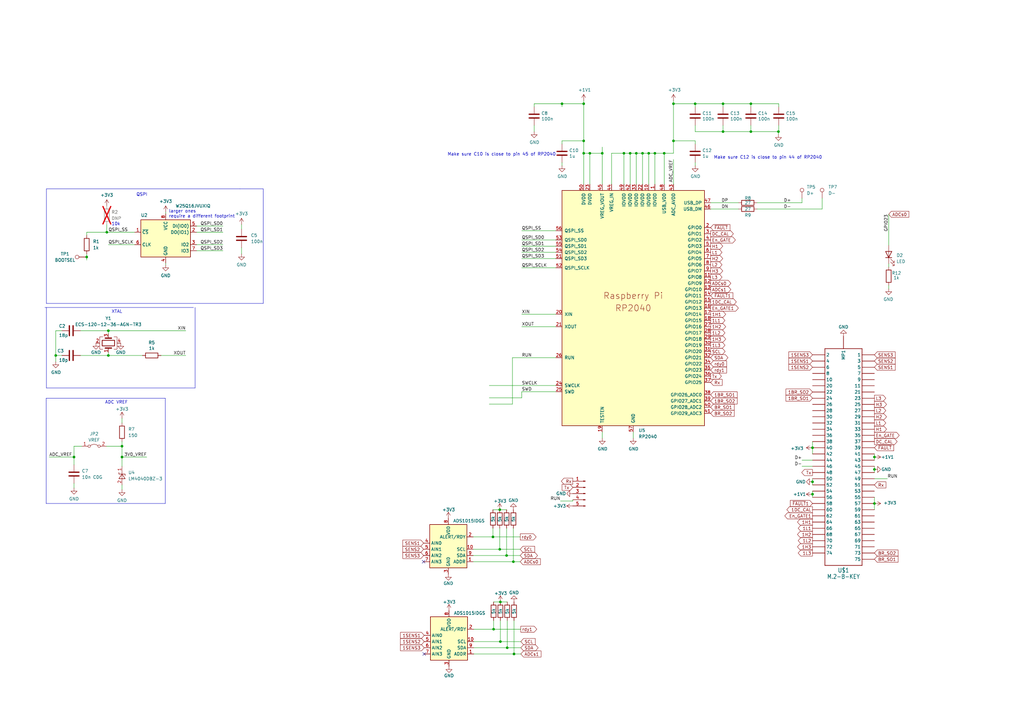
<source format=kicad_sch>
(kicad_sch (version 20230121) (generator eeschema)
  (paper "A3")
  (junction (at 239.395 42.545))
  (junction (at 208.026 265.684))
  (junction (at 260.985 62.865))
  (junction (at 230.505 42.545))
  (junction (at 210.82 268.224))
  (junction (at 35.56 105.41))
  (junction (at 30.353 187.452))
  (junction (at 210.566 230.378))
  (junction (at 43.815 95.25))
  (junction (at 333.248 183.642))
  (junction (at 241.935 62.865))
  (junction (at 205.232 246.888))
  (junction (at 202.184 220.218))
  (junction (at 358.648 187.452))
  (junction (at 307.975 42.545))
  (junction (at 22.86 145.796))
  (junction (at 204.978 225.298))
  (junction (at 44.45 135.636))
  (junction (at 263.525 62.865))
  (junction (at 258.445 62.865))
  (junction (at 319.278 53.975))
  (junction (at 333.248 202.692))
  (junction (at 358.648 206.502))
  (junction (at 50.038 183.007))
  (junction (at 272.415 62.865))
  (junction (at 50.038 187.452))
  (junction (at 202.438 258.064))
  (junction (at 268.605 62.865))
  (junction (at 239.395 57.785))
  (junction (at 296.545 53.975))
  (junction (at 255.905 62.865))
  (junction (at 204.978 209.042))
  (junction (at 276.225 57.785))
  (junction (at 276.225 42.545))
  (junction (at 44.45 145.796))
  (junction (at 247.015 62.865))
  (junction (at 307.975 53.975))
  (junction (at 266.065 62.865))
  (junction (at 207.772 227.838))
  (junction (at 285.115 42.545))
  (junction (at 296.545 42.545))
  (junction (at 239.395 62.865))
  (junction (at 358.648 192.532))
  (junction (at 205.232 263.144))
  (junction (at 333.248 197.612))
  (no_connect (at 173.99 268.224))
  (no_connect (at 173.736 230.378))
  (wire (pts (xy 34.925 105.41) (xy 35.56 105.41)))
  (wire (pts (xy 33.02 135.636) (xy 44.45 135.636)))
  (polyline (pts (xy 98.425 77.47) (xy 19.05 77.47)))
  (wire (pts (xy 241.935 75.565) (xy 241.935 62.865)))
  (wire (pts (xy 205.232 254.508) (xy 205.232 263.144)))
  (wire (pts (xy 194.31 263.144) (xy 205.232 263.144)))
  (wire (pts (xy 260.985 75.565) (xy 260.985 62.865)))
  (wire (pts (xy 319.405 53.975) (xy 319.278 53.975)))
  (wire (pts (xy 296.545 43.815) (xy 296.545 42.545)))
  (wire (pts (xy 307.975 43.815) (xy 307.975 42.545)))
  (wire (pts (xy 268.605 62.865) (xy 272.415 62.865)))
  (wire (pts (xy 194.056 230.378) (xy 210.566 230.378)))
  (wire (pts (xy 227.965 94.615) (xy 213.995 94.615)))
  (wire (pts (xy 210.185 146.685) (xy 210.185 165.735)))
  (polyline (pts (xy 80.01 159.131) (xy 80.01 126.111)))
  (wire (pts (xy 230.505 43.815) (xy 230.505 42.545)))
  (wire (pts (xy 194.056 227.838) (xy 207.772 227.838)))
  (wire (pts (xy 260.985 62.865) (xy 263.525 62.865)))
  (wire (pts (xy 358.648 186.182) (xy 358.648 187.452)))
  (wire (pts (xy 35.56 95.25) (xy 43.815 95.25)))
  (wire (pts (xy 91.44 95.25) (xy 80.645 95.25)))
  (wire (pts (xy 227.965 160.655) (xy 213.995 160.655)))
  (wire (pts (xy 333.248 202.692) (xy 333.248 201.422)))
  (wire (pts (xy 44.45 144.526) (xy 44.45 145.796)))
  (wire (pts (xy 364.49 109.474) (xy 364.49 108.204)))
  (polyline (pts (xy 18.923 206.502) (xy 67.818 206.502)))
  (wire (pts (xy 358.648 203.962) (xy 358.648 206.502)))
  (wire (pts (xy 205.232 246.888) (xy 208.026 246.888)))
  (wire (pts (xy 364.49 100.584) (xy 364.49 87.884)))
  (wire (pts (xy 333.248 203.962) (xy 333.248 202.692)))
  (wire (pts (xy 364.49 118.364) (xy 364.49 117.094)))
  (wire (pts (xy 230.505 42.545) (xy 239.395 42.545)))
  (wire (pts (xy 20.193 187.452) (xy 30.353 187.452)))
  (wire (pts (xy 328.93 191.262) (xy 333.248 191.262)))
  (wire (pts (xy 204.978 225.298) (xy 213.36 225.298)))
  (wire (pts (xy 358.648 192.532) (xy 358.648 193.802)))
  (wire (pts (xy 204.978 209.042) (xy 207.772 209.042)))
  (wire (pts (xy 358.648 191.262) (xy 358.648 192.532)))
  (wire (pts (xy 213.995 98.425) (xy 227.965 98.425)))
  (wire (pts (xy 194.31 258.064) (xy 202.438 258.064)))
  (wire (pts (xy 213.995 163.195) (xy 213.995 160.655)))
  (wire (pts (xy 319.405 51.435) (xy 319.405 53.975)))
  (wire (pts (xy 296.545 42.545) (xy 307.975 42.545)))
  (wire (pts (xy 99.06 104.14) (xy 99.06 101.6)))
  (wire (pts (xy 200.66 165.735) (xy 210.185 165.735)))
  (wire (pts (xy 204.978 216.662) (xy 204.978 225.298)))
  (wire (pts (xy 91.44 102.87) (xy 80.645 102.87)))
  (wire (pts (xy 91.44 92.71) (xy 80.645 92.71)))
  (wire (pts (xy 213.36 230.378) (xy 210.566 230.378)))
  (wire (pts (xy 296.545 53.975) (xy 285.115 53.975)))
  (wire (pts (xy 219.075 51.435) (xy 219.075 53.975)))
  (wire (pts (xy 272.415 62.865) (xy 276.225 62.865)))
  (wire (pts (xy 35.56 95.25) (xy 35.56 96.52)))
  (wire (pts (xy 247.015 75.565) (xy 247.015 62.865)))
  (wire (pts (xy 43.688 183.007) (xy 50.038 183.007)))
  (polyline (pts (xy 79.375 126.111) (xy 18.415 126.111)))
  (polyline (pts (xy 19.05 77.47) (xy 19.05 124.46)))
  (wire (pts (xy 44.45 135.636) (xy 44.45 136.906)))
  (wire (pts (xy 247.015 177.165) (xy 247.015 179.705)))
  (wire (pts (xy 285.115 42.545) (xy 296.545 42.545)))
  (wire (pts (xy 276.225 65.405) (xy 276.225 75.565)))
  (wire (pts (xy 50.038 187.452) (xy 50.038 191.262)))
  (wire (pts (xy 200.66 163.195) (xy 213.995 163.195)))
  (wire (pts (xy 207.772 227.838) (xy 213.36 227.838)))
  (wire (pts (xy 285.115 43.815) (xy 285.115 42.545)))
  (wire (pts (xy 194.056 225.298) (xy 204.978 225.298)))
  (wire (pts (xy 22.86 145.796) (xy 22.86 148.336)))
  (wire (pts (xy 328.93 188.722) (xy 333.248 188.722)))
  (wire (pts (xy 205.232 263.144) (xy 213.614 263.144)))
  (wire (pts (xy 276.225 41.275) (xy 276.225 42.545)))
  (wire (pts (xy 229.87 205.486) (xy 234.95 205.486)))
  (wire (pts (xy 319.278 53.975) (xy 319.278 55.118)))
  (wire (pts (xy 213.995 128.905) (xy 227.965 128.905)))
  (wire (pts (xy 291.465 85.725) (xy 302.895 85.725)))
  (polyline (pts (xy 98.425 77.47) (xy 107.95 77.47)))
  (wire (pts (xy 50.038 171.577) (xy 50.038 173.482)))
  (wire (pts (xy 230.505 66.675) (xy 230.505 67.945)))
  (wire (pts (xy 258.445 62.865) (xy 260.985 62.865)))
  (wire (pts (xy 50.038 200.787) (xy 50.038 198.882)))
  (wire (pts (xy 50.038 187.452) (xy 60.198 187.452)))
  (wire (pts (xy 250.825 62.865) (xy 255.905 62.865)))
  (wire (pts (xy 358.648 196.342) (xy 363.982 196.342)))
  (wire (pts (xy 30.353 187.452) (xy 30.353 190.627)))
  (wire (pts (xy 307.975 51.435) (xy 307.975 53.975)))
  (wire (pts (xy 22.86 135.636) (xy 22.86 145.796)))
  (wire (pts (xy 276.225 57.785) (xy 276.225 62.865)))
  (polyline (pts (xy 67.818 163.322) (xy 18.923 163.322)))
  (wire (pts (xy 285.115 66.675) (xy 285.115 67.945)))
  (wire (pts (xy 247.015 62.865) (xy 241.935 62.865)))
  (wire (pts (xy 202.438 254.508) (xy 202.438 258.064)))
  (wire (pts (xy 227.965 109.855) (xy 213.995 109.855)))
  (wire (pts (xy 266.065 75.565) (xy 266.065 62.865)))
  (wire (pts (xy 263.525 62.865) (xy 266.065 62.865)))
  (wire (pts (xy 43.815 95.25) (xy 55.245 95.25)))
  (wire (pts (xy 99.06 92.075) (xy 99.06 93.98)))
  (wire (pts (xy 66.04 145.796) (xy 76.2 145.796)))
  (wire (pts (xy 194.31 265.684) (xy 208.026 265.684)))
  (wire (pts (xy 50.038 183.007) (xy 50.038 187.452)))
  (wire (pts (xy 194.31 268.224) (xy 210.82 268.224)))
  (wire (pts (xy 259.715 177.165) (xy 259.715 179.705)))
  (wire (pts (xy 91.44 100.33) (xy 80.645 100.33)))
  (wire (pts (xy 213.614 268.224) (xy 210.82 268.224)))
  (wire (pts (xy 276.225 42.545) (xy 276.225 57.785)))
  (wire (pts (xy 333.248 198.882) (xy 333.248 197.612)))
  (wire (pts (xy 35.56 106.68) (xy 35.56 105.41)))
  (wire (pts (xy 319.405 43.815) (xy 319.405 42.545)))
  (polyline (pts (xy 67.818 206.502) (xy 67.818 163.322)))
  (wire (pts (xy 213.995 106.045) (xy 227.965 106.045)))
  (wire (pts (xy 202.438 258.064) (xy 213.614 258.064)))
  (wire (pts (xy 202.438 246.888) (xy 205.232 246.888)))
  (wire (pts (xy 43.815 92.075) (xy 43.815 95.25)))
  (wire (pts (xy 328.93 81.28) (xy 328.93 83.185)))
  (wire (pts (xy 296.545 51.435) (xy 296.545 53.975)))
  (wire (pts (xy 208.026 254.508) (xy 208.026 265.684)))
  (wire (pts (xy 263.525 75.565) (xy 263.525 62.865)))
  (wire (pts (xy 250.825 75.565) (xy 250.825 62.865)))
  (wire (pts (xy 67.945 108.585) (xy 67.945 107.95)))
  (wire (pts (xy 50.038 181.102) (xy 50.038 183.007)))
  (wire (pts (xy 230.505 57.785) (xy 239.395 57.785)))
  (wire (pts (xy 213.995 103.505) (xy 227.965 103.505)))
  (wire (pts (xy 247.015 60.325) (xy 247.015 62.865)))
  (wire (pts (xy 202.184 209.042) (xy 204.978 209.042)))
  (wire (pts (xy 285.115 59.055) (xy 285.115 57.785)))
  (polyline (pts (xy 19.05 124.46) (xy 107.95 124.46)))
  (wire (pts (xy 333.248 186.182) (xy 333.248 183.642)))
  (wire (pts (xy 67.945 86.995) (xy 67.945 87.63)))
  (wire (pts (xy 272.415 75.565) (xy 272.415 62.865)))
  (wire (pts (xy 227.965 133.985) (xy 213.995 133.985)))
  (wire (pts (xy 210.185 146.685) (xy 227.965 146.685)))
  (wire (pts (xy 276.225 57.785) (xy 285.115 57.785)))
  (wire (pts (xy 219.075 43.815) (xy 219.075 42.545)))
  (wire (pts (xy 200.66 158.115) (xy 227.965 158.115)))
  (wire (pts (xy 207.772 216.662) (xy 207.772 227.838)))
  (wire (pts (xy 319.278 53.975) (xy 307.975 53.975)))
  (wire (pts (xy 241.935 62.865) (xy 239.395 62.865)))
  (wire (pts (xy 30.353 183.007) (xy 30.353 187.452)))
  (wire (pts (xy 35.56 105.41) (xy 35.56 104.14)))
  (wire (pts (xy 30.353 200.152) (xy 30.353 198.247)))
  (wire (pts (xy 358.648 206.502) (xy 358.648 209.042)))
  (polyline (pts (xy 107.95 124.46) (xy 107.95 77.47)))
  (wire (pts (xy 230.505 59.055) (xy 230.505 57.785)))
  (wire (pts (xy 255.905 75.565) (xy 255.905 62.865)))
  (wire (pts (xy 44.45 145.796) (xy 58.42 145.796)))
  (wire (pts (xy 213.995 100.965) (xy 227.965 100.965)))
  (wire (pts (xy 333.248 197.612) (xy 333.248 196.342)))
  (wire (pts (xy 268.605 62.865) (xy 268.605 75.565)))
  (wire (pts (xy 337.185 81.28) (xy 337.185 85.725)))
  (wire (pts (xy 258.445 75.565) (xy 258.445 62.865)))
  (wire (pts (xy 358.648 187.452) (xy 358.648 188.722)))
  (wire (pts (xy 333.248 183.642) (xy 333.248 181.102)))
  (wire (pts (xy 25.4 135.636) (xy 22.86 135.636)))
  (wire (pts (xy 202.184 216.662) (xy 202.184 220.218)))
  (wire (pts (xy 255.905 62.865) (xy 258.445 62.865)))
  (wire (pts (xy 239.395 57.785) (xy 239.395 62.865)))
  (wire (pts (xy 307.975 53.975) (xy 296.545 53.975)))
  (wire (pts (xy 234.95 205.486) (xy 234.95 204.978)))
  (wire (pts (xy 219.075 42.545) (xy 230.505 42.545)))
  (wire (pts (xy 33.02 145.796) (xy 44.45 145.796)))
  (wire (pts (xy 194.056 220.218) (xy 202.184 220.218)))
  (wire (pts (xy 285.115 51.435) (xy 285.115 53.975)))
  (wire (pts (xy 210.82 254.508) (xy 210.82 268.224)))
  (wire (pts (xy 44.45 100.33) (xy 55.245 100.33)))
  (wire (pts (xy 44.45 135.636) (xy 76.2 135.636)))
  (wire (pts (xy 210.566 216.662) (xy 210.566 230.378)))
  (wire (pts (xy 25.4 145.796) (xy 22.86 145.796)))
  (wire (pts (xy 202.184 220.218) (xy 213.36 220.218)))
  (wire (pts (xy 208.026 265.684) (xy 213.614 265.684)))
  (polyline (pts (xy 19.05 126.111) (xy 19.05 159.131)))
  (wire (pts (xy 239.395 41.275) (xy 239.395 42.545)))
  (wire (pts (xy 276.225 42.545) (xy 285.115 42.545)))
  (polyline (pts (xy 19.05 159.131) (xy 80.01 159.131)))
  (wire (pts (xy 239.395 42.545) (xy 239.395 57.785)))
  (wire (pts (xy 310.515 85.725) (xy 337.185 85.725)))
  (wire (pts (xy 30.353 183.007) (xy 33.528 183.007)))
  (wire (pts (xy 310.515 83.185) (xy 328.93 83.185)))
  (wire (pts (xy 239.395 62.865) (xy 239.395 75.565)))
  (wire (pts (xy 307.975 42.545) (xy 319.405 42.545)))
  (polyline (pts (xy 18.923 163.322) (xy 18.923 206.502)))
  (wire (pts (xy 291.465 83.185) (xy 302.895 83.185)))
  (wire (pts (xy 266.065 62.865) (xy 268.605 62.865)))
  (text "ADC VREF" (at 43.053 165.862 0) (effects (font (size 1.27 1.27)) (justify left bottom)))
  (text "Make sure C12 is close to pin 44 of RP2040" (at 292.735 65.405 0) (effects (font (size 1.27 1.27)) (justify left bottom)))
  (text "Make sure C10 is close to pin 45 of RP2040" (at 183.515 64.135 0) (effects (font (size 1.27 1.27)) (justify left bottom)))
  (text "10k" (at 45.72 92.71 0) (effects (font (size 1.27 1.27)) (justify left bottom)))
  (text "larger ones\nrequire a different footprint" (at 69.215 89.535 0) (effects (font (size 1.27 1.27)) (justify left bottom)))
  (text "XTAL" (at 45.72 128.651 0) (effects (font (size 1.27 1.27)) (justify left bottom)))
  (text "QSPI" (at 55.88 80.645 0) (effects (font (size 1.27 1.27)) (justify left bottom)))
  (label "RUN" (at 363.982 196.342 0))
  (label "QSPI_SD0" (at 91.44 92.71 180))
  (label "DN" (at 295.91 85.725 0) (property "Netclass" "diif_usb" (effects hide)))
  (label "3V0_VREF" (at 60.198 187.452 180))
  (label "QSPI_SCLK" (at 44.45 100.33 0))
  (label "XOUT" (at 76.2 145.796 180))
  (label "QSPI_SD2" (at 91.44 100.33 180))
  (label "QSPI_SD1" (at 91.44 95.25 180))
  (label "QSPI_SD1" (at 213.995 100.965 0))
  (label "XIN" (at 76.2 135.636 180))
  (label "GPIO23" (at 364.49 87.884 270))
  (label "RUN" (at 229.87 205.486 180))
  (label "QSPI_SS" (at 213.995 94.615 0))
  (label "QSPI_SD2" (at 213.995 103.505 0))
  (label "D+" (at 328.93 188.722 180))
  (label "DP" (at 295.91 83.185 0) (property "Netclass" "diif_usb" (effects hide)))
  (label "QSPI_SD0" (at 213.995 98.425 0))
  (label "QSPI_SD3" (at 91.44 102.87 180))
  (label "QSPI_SD3" (at 213.995 106.045 0))
  (label "XIN" (at 213.995 128.905 0))
  (label "XOUT" (at 213.995 133.985 0))
  (label "ADC_VREF" (at 276.225 65.405 270))
  (label "SWCLK" (at 213.995 158.115 0))
  (label "D-" (at 324.485 85.725 180))
  (label "QSPI_SS" (at 44.45 95.25 0))
  (label "D-" (at 328.93 191.262 180))
  (label "ADC_VREF" (at 20.193 187.452 0))
  (label "RUN" (at 213.995 146.685 0))
  (label "D+" (at 324.485 83.185 180))
  (label "QSPI_SCLK" (at 213.995 109.855 0))
  (label "SWD" (at 213.995 160.655 0))
  (global_label "1DC_CAL" (shape output) (at 291.465 123.825 0) (property "Intersheetrefs" "${INTERSHEET_REFS}" (effects hide)))
  (global_label "BR_SO2" (shape input) (at 291.465 169.545 0) (property "Intersheetrefs" "${INTERSHEET_REFS}" (effects hide)))
  (global_label "Tx" (shape input) (at 234.95 199.898 180) (property "Intersheetrefs" "${INTERSHEET_REFS}" (effects hide)))
  (global_label "L2" (shape output) (at 291.465 108.585 0) (property "Intersheetrefs" "${INTERSHEET_REFS}" (effects hide)))
  (global_label "ADCs0" (shape output) (at 291.465 116.205 0) (property "Intersheetrefs" "${INTERSHEET_REFS}" (effects hide)))
  (global_label "1L3" (shape output) (at 291.465 141.605 0) (property "Intersheetrefs" "${INTERSHEET_REFS}" (effects hide)))
  (global_label "SENS2" (shape input) (at 358.648 148.082 0) (property "Intersheetrefs" "${INTERSHEET_REFS}" (effects hide)))
  (global_label "~{FAULT}1" (shape input) (at 333.248 206.502 180) (property "Intersheetrefs" "${INTERSHEET_REFS}" (effects hide)))
  (global_label "1BR_SO2" (shape input) (at 333.248 160.782 180) (property "Intersheetrefs" "${INTERSHEET_REFS}" (effects hide)))
  (global_label "1H1" (shape output) (at 291.465 128.905 0) (property "Intersheetrefs" "${INTERSHEET_REFS}" (effects hide)))
  (global_label "rdy0" (shape input) (at 291.465 149.225 0) (property "Intersheetrefs" "${INTERSHEET_REFS}" (effects hide)))
  (global_label "L2" (shape output) (at 358.648 168.402 0) (property "Intersheetrefs" "${INTERSHEET_REFS}" (effects hide)))
  (global_label "1DC_CAL" (shape output) (at 333.248 209.042 180) (property "Intersheetrefs" "${INTERSHEET_REFS}" (effects hide)))
  (global_label "H2" (shape output) (at 358.648 170.942 0) (property "Intersheetrefs" "${INTERSHEET_REFS}" (effects hide)))
  (global_label "SCL" (shape output) (at 291.465 144.145 0) (property "Intersheetrefs" "${INTERSHEET_REFS}" (effects hide)))
  (global_label "1L2" (shape output) (at 291.465 136.525 0) (property "Intersheetrefs" "${INTERSHEET_REFS}" (effects hide)))
  (global_label "SENS3" (shape input) (at 358.648 145.542 0) (property "Intersheetrefs" "${INTERSHEET_REFS}" (effects hide)))
  (global_label "H3" (shape output) (at 291.465 111.125 0) (property "Intersheetrefs" "${INTERSHEET_REFS}" (effects hide)))
  (global_label "~{FAULT}" (shape input) (at 358.648 183.642 0) (property "Intersheetrefs" "${INTERSHEET_REFS}" (effects hide)))
  (global_label "SCL" (shape input) (at 213.36 225.298 0) (property "Intersheetrefs" "${INTERSHEET_REFS}" (effects hide)))
  (global_label "ADCs0" (shape input) (at 364.49 87.884 0) (property "Intersheetrefs" "${INTERSHEET_REFS}" (effects hide)))
  (global_label "SENS2" (shape input) (at 173.736 225.298 180) (property "Intersheetrefs" "${INTERSHEET_REFS}" (effects hide)))
  (global_label "DC_CAL" (shape output) (at 358.648 181.102 0) (property "Intersheetrefs" "${INTERSHEET_REFS}" (effects hide)))
  (global_label "rdy0" (shape output) (at 213.36 220.218 0) (property "Intersheetrefs" "${INTERSHEET_REFS}" (effects hide)))
  (global_label "1SENS1" (shape input) (at 333.248 148.082 180) (property "Intersheetrefs" "${INTERSHEET_REFS}" (effects hide)))
  (global_label "BR_SO1" (shape input) (at 291.465 167.005 0) (property "Intersheetrefs" "${INTERSHEET_REFS}" (effects hide)))
  (global_label "ADCs0" (shape input) (at 213.36 230.378 0) (property "Intersheetrefs" "${INTERSHEET_REFS}" (effects hide)))
  (global_label "L1" (shape output) (at 291.465 103.505 0) (property "Intersheetrefs" "${INTERSHEET_REFS}" (effects hide)))
  (global_label "L1" (shape output) (at 358.648 173.482 0) (property "Intersheetrefs" "${INTERSHEET_REFS}" (effects hide)))
  (global_label "1H3" (shape output) (at 291.465 139.065 0) (property "Intersheetrefs" "${INTERSHEET_REFS}" (effects hide)))
  (global_label "SDA" (shape bidirectional) (at 213.614 265.684 0) (property "Intersheetrefs" "${INTERSHEET_REFS}" (effects hide)))
  (global_label "SENS1" (shape input) (at 173.736 222.758 180) (property "Intersheetrefs" "${INTERSHEET_REFS}" (effects hide)))
  (global_label "BR_SO2" (shape input) (at 358.648 226.822 0) (property "Intersheetrefs" "${INTERSHEET_REFS}" (effects hide)))
  (global_label "ADCs1" (shape output) (at 291.465 118.745 0) (property "Intersheetrefs" "${INTERSHEET_REFS}" (effects hide)))
  (global_label "H1" (shape output) (at 291.465 100.965 0) (property "Intersheetrefs" "${INTERSHEET_REFS}" (effects hide)))
  (global_label "DC_CAL" (shape output) (at 291.465 95.885 0) (property "Intersheetrefs" "${INTERSHEET_REFS}" (effects hide)))
  (global_label "1BR_SO2" (shape input) (at 291.465 164.465 0) (property "Intersheetrefs" "${INTERSHEET_REFS}" (effects hide)))
  (global_label "L3" (shape output) (at 358.648 163.322 0) (property "Intersheetrefs" "${INTERSHEET_REFS}" (effects hide)))
  (global_label "En_GATE1" (shape output) (at 291.465 126.365 0) (property "Intersheetrefs" "${INTERSHEET_REFS}" (effects hide)))
  (global_label "1SENS3" (shape input) (at 173.99 265.684 180) (property "Intersheetrefs" "${INTERSHEET_REFS}" (effects hide)))
  (global_label "1H2" (shape output) (at 333.248 219.202 180) (property "Intersheetrefs" "${INTERSHEET_REFS}" (effects hide)))
  (global_label "1SENS1" (shape input) (at 173.99 260.604 180) (property "Intersheetrefs" "${INTERSHEET_REFS}" (effects hide)))
  (global_label "SDA" (shape bidirectional) (at 213.36 227.838 0) (property "Intersheetrefs" "${INTERSHEET_REFS}" (effects hide)))
  (global_label "SENS1" (shape input) (at 358.648 150.622 0) (property "Intersheetrefs" "${INTERSHEET_REFS}" (effects hide)))
  (global_label "H2" (shape output) (at 291.465 106.045 0) (property "Intersheetrefs" "${INTERSHEET_REFS}" (effects hide)))
  (global_label "~{FAULT}1" (shape input) (at 291.465 121.285 0) (property "Intersheetrefs" "${INTERSHEET_REFS}" (effects hide)))
  (global_label "1L1" (shape output) (at 291.465 131.445 0) (property "Intersheetrefs" "${INTERSHEET_REFS}" (effects hide)))
  (global_label "1SENS2" (shape input) (at 173.99 263.144 180) (property "Intersheetrefs" "${INTERSHEET_REFS}" (effects hide)))
  (global_label "En_GATE1" (shape output) (at 333.248 211.582 180) (property "Intersheetrefs" "${INTERSHEET_REFS}" (effects hide)))
  (global_label "L3" (shape output) (at 291.465 113.665 0) (property "Intersheetrefs" "${INTERSHEET_REFS}" (effects hide)))
  (global_label "1H3" (shape output) (at 333.248 224.282 180) (property "Intersheetrefs" "${INTERSHEET_REFS}" (effects hide)))
  (global_label "H1" (shape output) (at 358.648 176.022 0) (property "Intersheetrefs" "${INTERSHEET_REFS}" (effects hide)))
  (global_label "1BR_SO1" (shape input) (at 291.465 161.925 0) (property "Intersheetrefs" "${INTERSHEET_REFS}" (effects hide)))
  (global_label "1H2" (shape output) (at 291.465 133.985 0) (property "Intersheetrefs" "${INTERSHEET_REFS}" (effects hide)))
  (global_label "~{FAULT}" (shape input) (at 291.465 93.345 0) (property "Intersheetrefs" "${INTERSHEET_REFS}" (effects hide)))
  (global_label "1H1" (shape output) (at 333.248 214.122 180) (property "Intersheetrefs" "${INTERSHEET_REFS}" (effects hide)))
  (global_label "SENS3" (shape input) (at 173.736 227.838 180) (property "Intersheetrefs" "${INTERSHEET_REFS}" (effects hide)))
  (global_label "H3" (shape output) (at 358.648 165.862 0) (property "Intersheetrefs" "${INTERSHEET_REFS}" (effects hide)))
  (global_label "1L3" (shape output) (at 333.248 226.822 180) (property "Intersheetrefs" "${INTERSHEET_REFS}" (effects hide)))
  (global_label "En_GATE" (shape output) (at 291.465 98.425 0) (property "Intersheetrefs" "${INTERSHEET_REFS}" (effects hide)))
  (global_label "1SENS2" (shape input) (at 333.248 150.622 180) (property "Intersheetrefs" "${INTERSHEET_REFS}" (effects hide)))
  (global_label "Rx" (shape output) (at 234.95 197.358 180) (property "Intersheetrefs" "${INTERSHEET_REFS}" (effects hide)))
  (global_label "ADCs1" (shape input) (at 213.614 268.224 0) (property "Intersheetrefs" "${INTERSHEET_REFS}" (effects hide)))
  (global_label "BR_SO1" (shape input) (at 358.648 229.362 0) (property "Intersheetrefs" "${INTERSHEET_REFS}" (effects hide)))
  (global_label "rdy1" (shape output) (at 213.614 258.064 0) (property "Intersheetrefs" "${INTERSHEET_REFS}" (effects hide)))
  (global_label "Tx" (shape output) (at 333.248 193.802 180) (property "Intersheetrefs" "${INTERSHEET_REFS}" (effects hide)))
  (global_label "SDA" (shape bidirectional) (at 291.465 146.685 0) (property "Intersheetrefs" "${INTERSHEET_REFS}" (effects hide)))
  (global_label "Rx" (shape input) (at 358.648 198.882 0) (property "Intersheetrefs" "${INTERSHEET_REFS}" (effects hide)))
  (global_label "rdy1" (shape input) (at 291.465 151.765 0) (property "Intersheetrefs" "${INTERSHEET_REFS}" (effects hide)))
  (global_label "Tx" (shape output) (at 291.465 154.305 0) (property "Intersheetrefs" "${INTERSHEET_REFS}" (effects hide)))
  (global_label "1L2" (shape output) (at 333.248 221.742 180) (property "Intersheetrefs" "${INTERSHEET_REFS}" (effects hide)))
  (global_label "Rx" (shape input) (at 291.465 156.845 0) (property "Intersheetrefs" "${INTERSHEET_REFS}" (effects hide)))
  (global_label "1L1" (shape output) (at 333.248 216.662 180) (property "Intersheetrefs" "${INTERSHEET_REFS}" (effects hide)))
  (global_label "1BR_SO1" (shape input) (at 333.248 163.322 180) (property "Intersheetrefs" "${INTERSHEET_REFS}" (effects hide)))
  (global_label "1SENS3" (shape input) (at 333.248 145.542 180) (property "Intersheetrefs" "${INTERSHEET_REFS}" (effects hide)))
  (global_label "En_GATE" (shape output) (at 358.648 178.562 0) (property "Intersheetrefs" "${INTERSHEET_REFS}" (effects hide)))
  (global_label "SCL" (shape input) (at 213.614 263.144 0) (property "Intersheetrefs" "${INTERSHEET_REFS}" (effects hide)))
  (symbol (lib_id "Connector:Conn_01x05_Pin") (at 240.03 202.438 0) (mirror y) (unit 1)
    (property "Reference" "Jr1" (effects hide))
    (property "Value" "Conn_01x05_Pin" (effects hide))
    (property "Footprint" "Connector_PinHeader_2.54mm:PinHeader_1x05_P2.54mm_Vertical" (effects hide))
  )
  (symbol (lib_id "Device:R") (at 202.184 212.852 180) (unit 1)
    (property "Reference" "R14" (effects hide))
    (property "Value" "5k" (at 202.184 212.852 90))
    (property "Footprint" "Resistor_SMD:R_0402_1005Metric" (effects hide))
    (property "Mouser Link" "https://www.mouser.com/ProductDetail/YAGEO/RC0402FR-075KL?qs=9h0bZHM%2F3zL5adZvfm%252BR4Q%3D%3D" (effects hide))
  )
  (symbol (lib_id "power:GND") (at 210.566 209.042 180) (unit 1)
    (property "Reference" "#PWR052" (effects hide))
    (property "Value" "GND" (at 210.566 205.232 0))
  )
  (symbol (lib_id "Device:R") (at 205.232 250.698 180) (unit 1)
    (property "Reference" "R17" (effects hide))
    (property "Value" "5k" (at 205.232 250.698 90))
    (property "Footprint" "Resistor_SMD:R_0402_1005Metric" (effects hide))
    (property "Mouser Link" "https://www.mouser.com/ProductDetail/YAGEO/RC0402FR-075KL?qs=9h0bZHM%2F3zL5adZvfm%252BR4Q%3D%3D" (effects hide))
  )
  (symbol (lib_id "Device:C") (at 285.115 47.625 0) (unit 1)
    (property "Reference" "C11" (at 288.036 46.4566 0) (effects (justify left)))
    (property "Value" "100n" (at 288.036 48.768 0) (effects (justify left)))
    (property "Footprint" "Capacitor_SMD:C_0402_1005Metric" (effects hide))
    (property "LCSC" "C77020" (effects hide))
    (property "P/N" "GRM155R71H104KE14D" (effects hide))
  )
  (symbol (lib_id "power:+3V3") (at 183.896 212.598 0) (unit 1)
    (property "Reference" "#PWR046" (effects hide))
    (property "Value" "+3V3" (at 181.356 209.042 0) (effects (justify left)))
  )
  (symbol (lib_id "Device:LED") (at 364.49 104.394 90) (unit 1)
    (property "Reference" "D2" (at 367.665 104.7115 90) (effects (justify right)))
    (property "Value" "LED" (at 367.665 107.2515 90) (effects (justify right)))
    (property "Footprint" "LED_SMD:LED_0603_1608Metric_Pad1.05x0.95mm_HandSolder" (effects hide))
    (property "LCSC" "C434425" (effects hide))
    (property "P/N" "SZYY0603O" (effects hide))
  )
  (symbol (lib_id "power:GND") (at 50.038 200.787 0) (unit 1)
    (property "Reference" "#PWR027" (effects hide))
    (property "Value" "GND" (at 50.038 205.232 0))
  )
  (symbol (lib_id "Connector:TestPoint") (at 337.185 81.28 0) (unit 1)
    (property "Reference" "TP7" (at 339.725 76.708 0) (effects (justify left)))
    (property "Value" "D-" (at 339.725 79.248 0) (effects (justify left)))
    (property "Footprint" "TestPoint:TestPoint_Pad_1.5x1.5mm" (effects hide))
  )
  (symbol (lib_id "power:GND") (at 364.49 118.364 0) (mirror y) (unit 1)
    (property "Reference" "#PWR039" (effects hide))
    (property "Value" "GND" (at 364.363 122.7582 0))
  )
  (symbol (lib_id "power:+3V3") (at 50.038 171.577 0) (unit 1)
    (property "Reference" "#PWR026" (effects hide))
    (property "Value" "+3V3" (at 50.038 167.767 0))
  )
  (symbol (lib_id "power:+3V3") (at 333.248 183.642 90) (mirror x) (unit 1)
    (property "Reference" "#PWR08" (effects hide))
    (property "Value" "+3V3" (at 326.898 183.896 90))
  )
  (symbol (lib_id "Device:Crystal_GND24") (at 44.45 140.716 90) (unit 1)
    (property "Reference" "Y1" (at 44.45 130.556 90))
    (property "Value" "ECS-120-12-36-AGN-TR3" (at 44.45 133.096 90))
    (property "Footprint" "Crystal:Crystal_SMD_2520-4Pin_2.5x2.0mm" (effects hide))
    (property "LCSC" "C284155" (effects hide))
    (property "P/N" "TXM12M0004252FBCEO00T" (effects hide))
  )
  (symbol (lib_id "Device:C") (at 307.975 47.625 0) (unit 1)
    (property "Reference" "C14" (at 310.896 46.4566 0) (effects (justify left)))
    (property "Value" "100n" (at 310.896 48.768 0) (effects (justify left)))
    (property "Footprint" "Capacitor_SMD:C_0402_1005Metric" (effects hide))
    (property "LCSC" "C77020" (effects hide))
    (property "P/N" "GRM155R71H104KE14D" (effects hide))
  )
  (symbol (lib_id "Device:C") (at 319.405 47.625 0) (unit 1)
    (property "Reference" "C15" (at 322.326 46.4566 0) (effects (justify left)))
    (property "Value" "100n" (at 322.326 48.768 0) (effects (justify left)))
    (property "Footprint" "Capacitor_SMD:C_0402_1005Metric" (effects hide))
    (property "LCSC" "C77020" (effects hide))
    (property "P/N" "GRM155R71H104KE14D" (effects hide))
  )
  (symbol (lib_id "power:GND") (at 49.53 140.716 0) (unit 1)
    (property "Reference" "#PWR015" (effects hide))
    (property "Value" "GND" (at 49.53 144.526 0))
  )
  (symbol (lib_id "power:+3V3") (at 204.978 209.042 0) (unit 1)
    (property "Reference" "#PWR050" (effects hide))
    (property "Value" "+3V3" (at 202.438 205.486 0) (effects (justify left)))
  )
  (symbol (lib_id "Device:C") (at 230.505 62.865 0) (unit 1)
    (property "Reference" "C10" (at 233.426 61.6966 0) (effects (justify left)))
    (property "Value" "1u" (at 233.426 64.008 0) (effects (justify left)))
    (property "Footprint" "Capacitor_SMD:C_0402_1005Metric" (effects hide))
    (property "LCSC" "C77009" (effects hide))
    (property "P/N" "GRM155R61E105KA12D" (effects hide))
  )
  (symbol (lib_id "Device:R") (at 43.815 88.265 0) (unit 1) (dnp yes)
    (property "Reference" "R2" (at 45.72 86.995 0) (effects (justify left)))
    (property "Value" "DNP" (at 45.72 89.535 0) (effects (justify left)))
    (property "Footprint" "Resistor_SMD:R_0402_1005Metric_Pad0.72x0.64mm_HandSolder" (effects hide))
  )
  (symbol (lib_id "Device:C") (at 99.06 97.79 0) (unit 1)
    (property "Reference" "C5" (at 102.87 96.5199 0) (effects (justify left)))
    (property "Value" "100n" (at 102.87 99.0599 0) (effects (justify left)))
    (property "Footprint" "Capacitor_SMD:C_0402_1005Metric_Pad0.74x0.62mm_HandSolder" (effects hide))
    (property "LCSC" "C77020" (effects hide))
    (property "P/N" "GRM155R71H104KE14D" (effects hide))
  )
  (symbol (lib_id "MCU_RaspberryPi_RP2040:RP2040") (at 259.715 126.365 0) (unit 1)
    (property "Reference" "U5" (at 261.9091 176.53 0) (effects (justify left)))
    (property "Value" "RP2040" (at 261.9091 179.07 0) (effects (justify left)))
    (property "Footprint" "RP2040:RP2040-QFN-56" (effects hide))
    (property "LCSC" "C2040" (effects hide))
    (property "P/N" "RP2040" (effects hide))
  )
  (symbol (lib_id "power:+3V3") (at 43.815 84.455 0) (unit 1)
    (property "Reference" "#PWR06" (effects hide))
    (property "Value" "+3V3" (at 43.815 80.01 0))
  )
  (symbol (lib_id "Device:R") (at 202.438 250.698 180) (unit 1)
    (property "Reference" "R15" (effects hide))
    (property "Value" "5k" (at 202.438 250.698 90))
    (property "Footprint" "Resistor_SMD:R_0402_1005Metric" (effects hide))
    (property "Mouser Link" "https://www.mouser.com/ProductDetail/YAGEO/RC0402FR-075KL?qs=9h0bZHM%2F3zL5adZvfm%252BR4Q%3D%3D" (effects hide))
  )
  (symbol (lib_id "power:GND") (at 184.15 273.304 0) (unit 1)
    (property "Reference" "#PWR049" (effects hide))
    (property "Value" "GND" (at 184.15 277.114 0))
  )
  (symbol (lib_id "Device:C") (at 30.353 194.437 0) (unit 1)
    (property "Reference" "C7" (at 33.528 193.167 0) (effects (justify left)))
    (property "Value" "10n C0G" (at 33.528 195.707 0) (effects (justify left)))
    (property "Footprint" "Capacitor_SMD:C_0603_1608Metric_Pad1.08x0.95mm_HandSolder" (effects hide))
    (property "LCSC" "C76599" (effects hide))
    (property "P/N" "C1608C0G1H103JT000N" (effects hide))
  )
  (symbol (lib_id "Device:C") (at 219.075 47.625 0) (unit 1)
    (property "Reference" "C8" (at 221.996 46.4566 0) (effects (justify left)))
    (property "Value" "100n" (at 221.996 48.768 0) (effects (justify left)))
    (property "Footprint" "Capacitor_SMD:C_0402_1005Metric" (effects hide))
    (property "LCSC" "C77020" (effects hide))
    (property "P/N" "GRM155R71H104KE14D" (effects hide))
  )
  (symbol (lib_id "Analog_ADC:ADS1015IDGS") (at 184.15 263.144 0) (unit 1)
    (property "Reference" "ADC2" (effects hide))
    (property "Value" "ADS1015IDGS" (at 186.1059 251.46 0) (effects (justify left)))
    (property "Footprint" "Package_SO:TSSOP-10_3x3mm_P0.5mm" (effects hide))
    (property "Datasheet" "http://www.ti.com/lit/ds/symlink/ads1015.pdf" (effects hide))
    (property "Mouser Link" "https://www.mouser.com/ProductDetail/Texas-Instruments/ADS1015IDGSR?qs=IK5e5L0zOXhCrFZ0pftZqw%3D%3D" (effects hide))
  )
  (symbol (lib_id "power:GND") (at 22.86 148.336 0) (unit 1)
    (property "Reference" "#PWR02" (effects hide))
    (property "Value" "GND" (at 22.987 152.7302 0))
  )
  (symbol (lib_id "power:+1V1") (at 333.248 202.692 90) (unit 1)
    (property "Reference" "#PWR01" (effects hide))
    (property "Value" "+1V1" (at 327.914 202.692 90))
  )
  (symbol (lib_id "Device:R") (at 35.56 100.33 0) (unit 1)
    (property "Reference" "R1" (at 38.1 99.06 0) (effects (justify left)))
    (property "Value" "1k" (at 38.1 101.6 0) (effects (justify left)))
    (property "Footprint" "Resistor_SMD:R_0402_1005Metric_Pad0.72x0.64mm_HandSolder" (effects hide))
    (property "LCSC" "C25543" (effects hide))
    (property "P/N" "0402WGJ0102TCE" (effects hide))
  )
  (symbol (lib_id "power:+1V1") (at 358.648 187.452 270) (unit 1)
    (property "Reference" "#PWR011" (effects hide))
    (property "Value" "+1V1" (at 363.982 187.452 90))
  )
  (symbol (lib_id "power:GND") (at 358.648 192.532 90) (mirror x) (unit 1)
    (property "Reference" "#PWR010" (effects hide))
    (property "Value" "GND" (at 363.474 192.532 90))
  )
  (symbol (lib_id "power:GND") (at 345.948 137.922 180) (unit 1)
    (property "Reference" "#PWR07" (effects hide))
    (property "Value" "GND" (at 345.948 134.112 0))
  )
  (symbol (lib_id "power:GND") (at 99.06 104.14 0) (unit 1)
    (property "Reference" "#PWR014" (effects hide))
    (property "Value" "GND" (at 99.06 108.585 0))
  )
  (symbol (lib_id "Device:R") (at 62.23 145.796 270) (unit 1)
    (property "Reference" "R5" (at 62.23 140.5382 90))
    (property "Value" "1k" (at 62.23 142.8496 90))
    (property "Footprint" "Resistor_SMD:R_0402_1005Metric" (effects hide))
  )
  (symbol (lib_id "new shii:M.2-B-KEY") (at 338.328 231.902 0) (unit 1)
    (property "Reference" "U$1" (at 345.948 233.934 0) (effects (font (size 1.778 1.5113))))
    (property "Value" "M.2-B-KEY" (at 345.948 236.474 0) (effects (font (size 1.778 1.5113))))
    (property "Footprint" "Y!:M.2-B-KEY" (effects hide))
  )
  (symbol (lib_id "Connector:TestPoint") (at 34.925 105.41 90) (unit 1)
    (property "Reference" "TP1" (at 26.67 104.14 90))
    (property "Value" "BOOTSEL" (at 26.67 106.68 90))
    (property "Footprint" "TestPoint:TestPoint_Pad_1.5x1.5mm" (effects hide))
  )
  (symbol (lib_id "Device:C") (at 296.545 47.625 0) (unit 1)
    (property "Reference" "C13" (at 299.466 46.4566 0) (effects (justify left)))
    (property "Value" "100n" (at 299.466 48.768 0) (effects (justify left)))
    (property "Footprint" "Capacitor_SMD:C_0402_1005Metric" (effects hide))
    (property "LCSC" "C77020" (effects hide))
    (property "P/N" "GRM155R71H104KE14D" (effects hide))
  )
  (symbol (lib_id "Device:C") (at 285.115 62.865 0) (unit 1)
    (property "Reference" "C12" (at 288.036 61.6966 0) (effects (justify left)))
    (property "Value" "1u" (at 288.036 64.008 0) (effects (justify left)))
    (property "Footprint" "Capacitor_SMD:C_0402_1005Metric" (effects hide))
    (property "LCSC" "C77009" (effects hide))
    (property "P/N" "GRM155R61E105KA12D" (effects hide))
  )
  (symbol (lib_id "power:GND") (at 219.075 53.975 0) (unit 1)
    (property "Reference" "#PWR029" (effects hide))
    (property "Value" "GND" (at 219.202 58.3692 0))
  )
  (symbol (lib_id "Device:R") (at 306.705 85.725 270) (unit 1)
    (property "Reference" "R9" (at 306.705 88.265 90))
    (property "Value" "27" (at 306.705 85.725 90))
    (property "Footprint" "Resistor_SMD:R_0402_1005Metric" (effects hide))
    (property "LCSC" "C2909343" (effects hide))
    (property "P/N" "FRC0402F27R0TS" (effects hide))
  )
  (symbol (lib_id "power:GND") (at 30.353 200.152 0) (unit 1)
    (property "Reference" "#PWR025" (effects hide))
    (property "Value" "GND" (at 30.353 204.597 0))
  )
  (symbol (lib_id "power:GND") (at 333.248 197.612 270) (mirror x) (unit 1)
    (property "Reference" "#PWR03" (effects hide))
    (property "Value" "GND" (at 328.422 197.612 90))
  )
  (symbol (lib_id "power:+3V3") (at 358.648 206.502 270) (mirror x) (unit 1)
    (property "Reference" "#PWR04" (effects hide))
    (property "Value" "+3V3" (at 364.998 206.248 90))
  )
  (symbol (lib_id "Device:R") (at 208.026 250.698 180) (unit 1)
    (property "Reference" "R19" (effects hide))
    (property "Value" "5k" (at 208.026 250.698 90))
    (property "Footprint" "Resistor_SMD:R_0402_1005Metric" (effects hide))
    (property "Mouser Link" "https://www.mouser.com/ProductDetail/YAGEO/RC0402FR-075KL?qs=9h0bZHM%2F3zL5adZvfm%252BR4Q%3D%3D" (effects hide))
  )
  (symbol (lib_id "Device:R") (at 207.772 212.852 180) (unit 1)
    (property "Reference" "R18" (effects hide))
    (property "Value" "5k" (at 207.772 212.852 90))
    (property "Footprint" "Resistor_SMD:R_0402_1005Metric" (effects hide))
    (property "Mouser Link" "https://www.mouser.com/ProductDetail/YAGEO/RC0402FR-075KL?qs=9h0bZHM%2F3zL5adZvfm%252BR4Q%3D%3D" (effects hide))
  )
  (symbol (lib_id "power:+3V3") (at 205.232 246.888 0) (unit 1)
    (property "Reference" "#PWR051" (effects hide))
    (property "Value" "+3V3" (at 202.692 243.332 0) (effects (justify left)))
  )
  (symbol (lib_id "Device:R") (at 364.49 113.284 0) (unit 1)
    (property "Reference" "R12" (at 367.665 112.014 0))
    (property "Value" "1k" (at 367.665 113.919 0))
    (property "Footprint" "Resistor_SMD:R_0402_1005Metric" (effects hide))
    (property "LCSC" "C25543" (effects hide))
    (property "P/N" "0402WGJ0102TCE" (effects hide))
  )
  (symbol (lib_id "power:+1V1") (at 239.395 41.275 0) (unit 1)
    (property "Reference" "#PWR032" (effects hide))
    (property "Value" "+1V1" (at 239.776 36.8808 0))
  )
  (symbol (lib_id "power:GND") (at 259.715 179.705 0) (unit 1)
    (property "Reference" "#PWR034" (effects hide))
    (property "Value" "GND" (at 259.842 184.0992 0))
  )
  (symbol (lib_id "Connector:TestPoint") (at 328.93 81.28 0) (unit 1)
    (property "Reference" "TP5" (at 330.835 76.708 0) (effects (justify left)))
    (property "Value" "D+" (at 330.835 79.248 0) (effects (justify left)))
    (property "Footprint" "TestPoint:TestPoint_Pad_1.5x1.5mm" (effects hide))
  )
  (symbol (lib_id "power:GND") (at 319.278 55.118 0) (unit 1)
    (property "Reference" "#PWR040" (effects hide))
    (property "Value" "GND" (at 319.405 59.5122 0))
  )
  (symbol (lib_id "Device:R") (at 204.978 212.852 180) (unit 1)
    (property "Reference" "R16" (effects hide))
    (property "Value" "5k" (at 204.978 212.852 90))
    (property "Footprint" "Resistor_SMD:R_0402_1005Metric" (effects hide))
    (property "Mouser Link" "https://www.mouser.com/ProductDetail/YAGEO/RC0402FR-075KL?qs=9h0bZHM%2F3zL5adZvfm%252BR4Q%3D%3D" (effects hide))
  )
  (symbol (lib_id "Device:R") (at 50.038 177.292 180) (unit 1)
    (property "Reference" "R7" (at 52.578 176.022 0) (effects (justify right)))
    (property "Value" "150" (at 52.578 178.562 0) (effects (justify right)))
    (property "Footprint" "Resistor_SMD:R_0603_1608Metric_Pad0.98x0.95mm_HandSolder" (effects hide))
    (property "LCSC" "C22808" (effects hide))
    (property "P/N" "0603WAF1500T5E" (effects hide))
  )
  (symbol (lib_id "Device:R") (at 306.705 83.185 270) (unit 1)
    (property "Reference" "R8" (at 306.705 81.28 90))
    (property "Value" "27" (at 306.705 83.185 90))
    (property "Footprint" "Resistor_SMD:R_0402_1005Metric" (effects hide))
    (property "LCSC" "C2909343" (effects hide))
    (property "P/N" "FRC0402F27R0TS" (effects hide))
  )
  (symbol (lib_id "Reference_Voltage:LM4040DBZ-3") (at 50.038 195.072 90) (unit 1)
    (property "Reference" "U4" (at 52.578 193.802 90) (effects (justify right)))
    (property "Value" "LM4040DBZ-3" (at 52.578 196.342 90) (effects (justify right)))
    (property "Footprint" "Package_TO_SOT_SMD:SOT-23" (effects hide))
    (property "Datasheet" "http://www.ti.com/lit/ds/symlink/lm4040-n.pdf" (effects hide))
    (property "LCSC" "C460726" (effects hide))
    (property "P/N" "LM4040D30FTA" (effects hide))
  )
  (symbol (lib_id "Analog_ADC:ADS1015IDGS") (at 183.896 225.298 0) (unit 1)
    (property "Reference" "ADC1" (effects hide))
    (property "Value" "ADS1015IDGS" (at 185.8519 213.614 0) (effects (justify left)))
    (property "Footprint" "Package_SO:TSSOP-10_3x3mm_P0.5mm" (effects hide))
    (property "Datasheet" "http://www.ti.com/lit/ds/symlink/ads1015.pdf" (effects hide))
    (property "Mouser Link" "https://www.mouser.com/ProductDetail/Texas-Instruments/ADS1015IDGSR?qs=IK5e5L0zOXhCrFZ0pftZqw%3D%3D" (effects hide))
  )
  (symbol (lib_id "power:GND") (at 285.115 67.945 0) (unit 1)
    (property "Reference" "#PWR036" (effects hide))
    (property "Value" "GND" (at 285.242 72.3392 0))
  )
  (symbol (lib_id "Jumper:Jumper_2_Bridged") (at 38.608 183.007 0) (unit 1)
    (property "Reference" "JP2" (at 38.608 177.927 0))
    (property "Value" "VREF" (at 38.608 180.467 0))
    (property "Footprint" "Jumper:SolderJumper-2_P1.3mm_Open_TrianglePad1.0x1.5mm" (effects hide))
  )
  (symbol (lib_id "Device:R") (at 210.566 212.852 180) (unit 1)
    (property "Reference" "R20" (effects hide))
    (property "Value" "5k" (at 210.566 212.852 90))
    (property "Footprint" "Resistor_SMD:R_0402_1005Metric" (effects hide))
    (property "Mouser Link" "https://www.mouser.com/ProductDetail/YAGEO/RC0402FR-075KL?qs=9h0bZHM%2F3zL5adZvfm%252BR4Q%3D%3D" (effects hide))
  )
  (symbol (lib_id "power:GND") (at 39.37 140.716 0) (unit 1)
    (property "Reference" "#PWR09" (effects hide))
    (property "Value" "GND" (at 39.37 144.526 0))
  )
  (symbol (lib_id "power:GND") (at 230.505 67.945 0) (unit 1)
    (property "Reference" "#PWR031" (effects hide))
    (property "Value" "GND" (at 230.632 72.3392 0))
  )
  (symbol (lib_id "power:+3V3") (at 67.945 86.995 0) (unit 1)
    (property "Reference" "#PWR018" (effects hide))
    (property "Value" "+3V3" (at 67.945 82.55 0))
  )
  (symbol (lib_id "power:+3V3") (at 99.06 92.075 0) (unit 1)
    (property "Reference" "#PWR013" (effects hide))
    (property "Value" "+3V3" (at 99.06 87.63 0))
  )
  (symbol (lib_id "Device:C") (at 29.21 145.796 270) (unit 1)
    (property "Reference" "C3" (at 23.495 143.891 90) (effects (justify left)))
    (property "Value" "18p" (at 24.13 147.701 90) (effects (justify left)))
    (property "Footprint" "Capacitor_SMD:C_0402_1005Metric" (effects hide))
    (property "LCSC" "C126499" (effects hide))
    (property "P/N" "GCM1555C1H180JA16D" (effects hide))
  )
  (symbol (lib_id "power:+3V3") (at 276.225 41.275 0) (unit 1)
    (property "Reference" "#PWR035" (effects hide))
    (property "Value" "+3V3" (at 276.606 36.8808 0))
  )
  (symbol (lib_id "power:GND") (at 183.896 235.458 0) (unit 1)
    (property "Reference" "#PWR047" (effects hide))
    (property "Value" "GND" (at 183.896 239.268 0))
  )
  (symbol (lib_id "power:+3V3") (at 184.15 250.444 0) (unit 1)
    (property "Reference" "#PWR048" (effects hide))
    (property "Value" "+3V3" (at 181.61 246.888 0) (effects (justify left)))
  )
  (symbol (lib_id "Memory_Flash:W25Q128JVS") (at 67.945 97.79 0) (unit 1)
    (property "Reference" "U2" (at 57.785 88.265 0) (effects (justify left)))
    (property "Value" "W25Q16JVUXIQ" (at 71.9709 84.4594 0) (effects (justify left)))
    (property "Footprint" "W25Q16JVUXIQ_TR:IC_W25Q16JVUXIQ_TR" (effects hide))
    (property "Datasheet" "http://www.winbond.com/resource-files/w25q128jv_dtr%20revc%2003272018%20plus.pdf" (effects hide))
    (property "LCSC" "C2843335" (effects hide))
    (property "P/N" "W25Q16JVUXIQ" (effects hide))
  )
  (symbol (lib_id "power:GND") (at 234.95 202.438 270) (mirror x) (unit 1)
    (property "Reference" "#PWR016" (effects hide))
    (property "Value" "GND" (at 230.124 202.438 90))
  )
  (symbol (lib_id "power:GND") (at 247.015 179.705 0) (unit 1)
    (property "Reference" "#PWR033" (effects hide))
    (property "Value" "GND" (at 247.142 184.0992 0))
  )
  (symbol (lib_id "Device:R") (at 210.82 250.698 180) (unit 1)
    (property "Reference" "R21" (effects hide))
    (property "Value" "5k" (at 210.82 250.698 90))
    (property "Footprint" "Resistor_SMD:R_0402_1005Metric" (effects hide))
    (property "Mouser Link" "https://www.mouser.com/ProductDetail/YAGEO/RC0402FR-075KL?qs=9h0bZHM%2F3zL5adZvfm%252BR4Q%3D%3D" (effects hide))
  )
  (symbol (lib_id "power:GND") (at 67.945 108.585 0) (unit 1)
    (property "Reference" "#PWR019" (effects hide))
    (property "Value" "GND" (at 67.945 113.03 0))
  )
  (symbol (lib_id "power:GND") (at 210.82 246.888 180) (unit 1)
    (property "Reference" "#PWR053" (effects hide))
    (property "Value" "GND" (at 210.82 243.078 0))
  )
  (symbol (lib_id "Device:C") (at 29.21 135.636 270) (unit 1)
    (property "Reference" "C2" (at 24.13 133.731 90) (effects (justify left)))
    (property "Value" "18p" (at 24.13 137.541 90) (effects (justify left)))
    (property "Footprint" "Capacitor_SMD:C_0402_1005Metric" (effects hide))
    (property "LCSC" "C126499" (effects hide))
    (property "P/N" "GCM1555C1H180JA16D" (effects hide))
  )
  (symbol (lib_id "power:+3V3") (at 234.95 207.518 90) (mirror x) (unit 1)
    (property "Reference" "#PWR05" (effects hide))
    (property "Value" "+3V3" (at 232.156 207.518 90) (effects (justify left)))
  )
)
</source>
